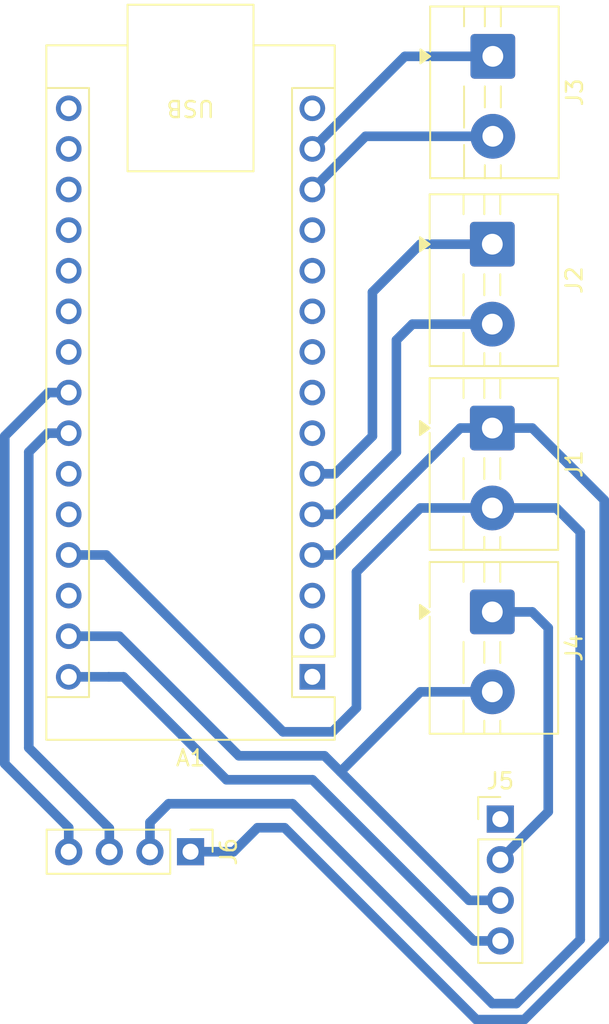
<source format=kicad_pcb>
(kicad_pcb (version 20241229) (generator "pcbnew") (generator_version "9.0")
  (layers (0 "F.Cu" signal) (2 "B.Cu" signal) (13 "F.Paste" user) (15 "B.Paste" user) (5 "F.SilkS" user "F.Silkscreen") (7 "B.SilkS" user "B.Silkscreen") (1 "F.Mask" user) (3 "B.Mask" user) (25 "Edge.Cuts" user))
  (net 0 "")
  (net 2 "Net-(A1-D11)")
  (net 6 "Net-(A1-D10)")
  (net 14 "Net-(J4-Pin_2)")
  (net 15 "Net-(A1-D3)")
  (net 17 "Net-(A1-+5V)")
  (net 23 "Net-(A1-VIN)")
  (net 24 "Net-(A1-D2)")
  (net 25 "Net-(A1-A4)")
  (net 26 "Net-(J1-Pin_1)")
  (net 27 "Net-(A1-A5)")
  (net 31 "Net-(J4-Pin_1)")
  (footprint "Module:Arduino_Nano" (layer "F.Cu") (at 120.74 96.06 180)
    (property "Reference" "A1" (at 7.62 -5.08 0) (layer "F.SilkS"))
    (property "Value" "Arduino_Nano_v3.x")
    (fp_line (start 16.64 39.5) (end 16.64 -3.94) (stroke (width 0.12)) (layer "F.SilkS"))
    (fp_line (start 16.64 39.5) (end 11.56 39.5) (stroke (width 0.12)) (layer "F.SilkS"))
    (fp_line (start 16.64 -3.94) (end -1.4 -3.94) (stroke (width 0.12)) (layer "F.SilkS"))
    (fp_line (start 13.97 36.83) (end 16.64 36.83) (stroke (width 0.12)) (layer "F.SilkS"))
    (fp_line (start 13.97 -1.27) (end 16.64 -1.27) (stroke (width 0.12)) (layer "F.SilkS"))
    (fp_line (start 13.97 -1.27) (end 13.97 36.83) (stroke (width 0.12)) (layer "F.SilkS"))
    (fp_line (start 11.56 42.04) (end 3.68 42.04) (stroke (width 0.12)) (layer "F.SilkS"))
    (fp_line (start 11.56 31.62) (end 11.56 42.04) (stroke (width 0.12)) (layer "F.SilkS"))
    (fp_line (start 3.68 42.04) (end 3.68 31.62) (stroke (width 0.12)) (layer "F.SilkS"))
    (fp_line (start 3.68 31.62) (end 11.56 31.62) (stroke (width 0.12)) (layer "F.SilkS"))
    (fp_line (start 1.27 36.83) (end -1.4 36.83) (stroke (width 0.12)) (layer "F.SilkS"))
    (fp_line (start 1.27 1.27) (end 1.27 36.83) (stroke (width 0.12)) (layer "F.SilkS"))
    (fp_line (start 1.27 1.27) (end 1.27 -1.27) (stroke (width 0.12)) (layer "F.SilkS"))
    (fp_line (start 1.27 1.27) (end -1.4 1.27) (stroke (width 0.12)) (layer "F.SilkS"))
    (fp_line (start 1.27 -1.27) (end -1.4 -1.27) (stroke (width 0.12)) (layer "F.SilkS"))
    (fp_line (start -1.4 39.5) (end 3.68 39.5) (stroke (width 0.12)) (layer "F.SilkS"))
    (fp_line (start -1.4 1.27) (end -1.4 39.5) (stroke (width 0.12)) (layer "F.SilkS"))
    (fp_line (start -1.4 -3.94) (end -1.4 -1.27) (stroke (width 0.12)) (layer "F.SilkS"))
    (fp_text user "USB" (at 7.62 35.56 180) (layer "F.SilkS"))
    (pad "1" thru_hole rect (at 0 0 180) (size 1.6 1.6) (drill 1) (layers "*.Cu" "*.Mask"))
    (pad "2" thru_hole oval (at 0 2.54 180) (size 1.6 1.6) (drill 1) (layers "*.Cu" "*.Mask"))
    (pad "3" thru_hole oval (at 0 5.08 180) (size 1.6 1.6) (drill 1) (layers "*.Cu" "*.Mask"))
    (pad "4" thru_hole oval (at 0 7.62 180) (size 1.6 1.6) (drill 1) (layers "*.Cu" "*.Mask") (net 26 "Net-(J1-Pin_1)"))
    (pad "5" thru_hole oval (at 0 10.16 180) (size 1.6 1.6) (drill 1) (layers "*.Cu" "*.Mask") (net 24 "Net-(A1-D2)"))
    (pad "6" thru_hole oval (at 0 12.7 180) (size 1.6 1.6) (drill 1) (layers "*.Cu" "*.Mask") (net 15 "Net-(A1-D3)"))
    (pad "7" thru_hole oval (at 0 15.24 180) (size 1.6 1.6) (drill 1) (layers "*.Cu" "*.Mask"))
    (pad "8" thru_hole oval (at 0 17.78 180) (size 1.6 1.6) (drill 1) (layers "*.Cu" "*.Mask"))
    (pad "9" thru_hole oval (at 0 20.32 180) (size 1.6 1.6) (drill 1) (layers "*.Cu" "*.Mask"))
    (pad "10" thru_hole oval (at 0 22.86 180) (size 1.6 1.6) (drill 1) (layers "*.Cu" "*.Mask"))
    (pad "11" thru_hole oval (at 0 25.4 180) (size 1.6 1.6) (drill 1) (layers "*.Cu" "*.Mask"))
    (pad "12" thru_hole oval (at 0 27.94 180) (size 1.6 1.6) (drill 1) (layers "*.Cu" "*.Mask"))
    (pad "13" thru_hole oval (at 0 30.48 180) (size 1.6 1.6) (drill 1) (layers "*.Cu" "*.Mask") (net 6 "Net-(A1-D10)"))
    (pad "14" thru_hole oval (at 0 33.02 180) (size 1.6 1.6) (drill 1) (layers "*.Cu" "*.Mask") (net 2 "Net-(A1-D11)"))
    (pad "15" thru_hole oval (at 0 35.56 180) (size 1.6 1.6) (drill 1) (layers "*.Cu" "*.Mask"))
    (pad "16" thru_hole oval (at 15.24 35.56 180) (size 1.6 1.6) (drill 1) (layers "*.Cu" "*.Mask"))
    (pad "17" thru_hole oval (at 15.24 33.02 180) (size 1.6 1.6) (drill 1) (layers "*.Cu" "*.Mask"))
    (pad "18" thru_hole oval (at 15.24 30.48 180) (size 1.6 1.6) (drill 1) (layers "*.Cu" "*.Mask"))
    (pad "19" thru_hole oval (at 15.24 27.94 180) (size 1.6 1.6) (drill 1) (layers "*.Cu" "*.Mask"))
    (pad "20" thru_hole oval (at 15.24 25.4 180) (size 1.6 1.6) (drill 1) (layers "*.Cu" "*.Mask"))
    (pad "21" thru_hole oval (at 15.24 22.86 180) (size 1.6 1.6) (drill 1) (layers "*.Cu" "*.Mask"))
    (pad "22" thru_hole oval (at 15.24 20.32 180) (size 1.6 1.6) (drill 1) (layers "*.Cu" "*.Mask"))
    (pad "23" thru_hole oval (at 15.24 17.78 180) (size 1.6 1.6) (drill 1) (layers "*.Cu" "*.Mask") (net 25 "Net-(A1-A4)"))
    (pad "24" thru_hole oval (at 15.24 15.24 180) (size 1.6 1.6) (drill 1) (layers "*.Cu" "*.Mask") (net 27 "Net-(A1-A5)"))
    (pad "25" thru_hole oval (at 15.24 12.7 180) (size 1.6 1.6) (drill 1) (layers "*.Cu" "*.Mask"))
    (pad "26" thru_hole oval (at 15.24 10.16 180) (size 1.6 1.6) (drill 1) (layers "*.Cu" "*.Mask"))
    (pad "27" thru_hole oval (at 15.24 7.62 180) (size 1.6 1.6) (drill 1) (layers "*.Cu" "*.Mask") (net 17 "Net-(A1-+5V)"))
    (pad "28" thru_hole oval (at 15.24 5.08 180) (size 1.6 1.6) (drill 1) (layers "*.Cu" "*.Mask"))
    (pad "29" thru_hole oval (at 15.24 2.54 180) (size 1.6 1.6) (drill 1) (layers "*.Cu" "*.Mask") (net 14 "Net-(J4-Pin_2)"))
    (pad "30" thru_hole oval (at 15.24 0 180) (size 1.6 1.6) (drill 1) (layers "*.Cu" "*.Mask") (net 23 "Net-(A1-VIN)"))
  )
  (footprint "Connector_PinHeader_2.54mm:PinHeader_1x04_P2.54mm_Vertical" (layer "F.Cu") (at 113.12 107 -90)
    (property "Reference" "J6" (at 0 -2.38 90) (layer "F.SilkS"))
    (property "Value" "OLED")
    (fp_line (start -1.38 9) (end 1.38 9) (stroke (width 0.12)) (layer "F.SilkS"))
    (fp_line (start -1.38 1.27) (end -1.38 9) (stroke (width 0.12)) (layer "F.SilkS"))
    (fp_line (start -1.38 1.27) (end 1.38 1.27) (stroke (width 0.12)) (layer "F.SilkS"))
    (fp_line (start 1.38 1.27) (end 1.38 9) (stroke (width 0.12)) (layer "F.SilkS"))
    (fp_line (start -1.38 0) (end -1.38 -1.38) (stroke (width 0.12)) (layer "F.SilkS"))
    (fp_line (start -1.38 -1.38) (end 0 -1.38) (stroke (width 0.12)) (layer "F.SilkS"))
    (pad "1" thru_hole rect (at 0 0 270) (size 1.7 1.7) (drill 1) (layers "*.Cu" "*.Mask") (net 26 "Net-(J1-Pin_1)"))
    (pad "2" thru_hole circle (at 0 2.54 270) (size 1.7 1.7) (drill 1) (layers "*.Cu" "*.Mask") (net 17 "Net-(A1-+5V)"))
    (pad "3" thru_hole circle (at 0 5.08 270) (size 1.7 1.7) (drill 1) (layers "*.Cu" "*.Mask") (net 27 "Net-(A1-A5)"))
    (pad "4" thru_hole circle (at 0 7.62 270) (size 1.7 1.7) (drill 1) (layers "*.Cu" "*.Mask") (net 25 "Net-(A1-A4)"))
  )
  (footprint "Connector_PinHeader_2.54mm:PinHeader_1x04_P2.54mm_Vertical" (layer "F.Cu") (at 132.5 104.96)
    (property "Reference" "J5" (at 0 -2.38 0) (layer "F.SilkS"))
    (property "Value" "Conn_01x04_Pin")
    (fp_line (start -1.38 -1.38) (end 0 -1.38) (stroke (width 0.12)) (layer "F.SilkS"))
    (fp_line (start -1.38 0) (end -1.38 -1.38) (stroke (width 0.12)) (layer "F.SilkS"))
    (fp_line (start -1.38 1.27) (end -1.38 9) (stroke (width 0.12)) (layer "F.SilkS"))
    (fp_line (start -1.38 1.27) (end 1.38 1.27) (stroke (width 0.12)) (layer "F.SilkS"))
    (fp_line (start -1.38 9) (end 1.38 9) (stroke (width 0.12)) (layer "F.SilkS"))
    (fp_line (start 1.38 1.27) (end 1.38 9) (stroke (width 0.12)) (layer "F.SilkS"))
    (pad "1" thru_hole rect (at 0 0) (size 1.7 1.7) (drill 1) (layers "*.Cu" "*.Mask"))
    (pad "2" thru_hole circle (at 0 2.54) (size 1.7 1.7) (drill 1) (layers "*.Cu" "*.Mask") (net 31 "Net-(J4-Pin_1)"))
    (pad "3" thru_hole circle (at 0 5.08) (size 1.7 1.7) (drill 1) (layers "*.Cu" "*.Mask") (net 14 "Net-(J4-Pin_2)"))
    (pad "4" thru_hole circle (at 0 7.62) (size 1.7 1.7) (drill 1) (layers "*.Cu" "*.Mask") (net 23 "Net-(A1-VIN)"))
  )
  (footprint "TerminalBlock:TerminalBlock_MaiXu_MX126-5.0-02P_1x02_P5.00mm" (layer "F.Cu") (at 132 80.5 -90)
    (property "Reference" "J1" (at 2.25 -5.12 90) (layer "F.SilkS"))
    (property "Value" "5V Output")
    (fp_line (start -3.12 3.92) (end -3.12 -4.12) (stroke (width 0.12)) (layer "F.SilkS"))
    (fp_line (start -0.3 3.92) (end -3.12 3.92) (stroke (width 0.12)) (layer "F.SilkS"))
    (fp_line (start 7.62 3.92) (end 0.3 3.92) (stroke (width 0.12)) (layer "F.SilkS"))
    (fp_line (start -3.12 1.8) (end -1.88 1.8) (stroke (width 0.12)) (layer "F.SilkS"))
    (fp_line (start 1.88 1.8) (end 4.457 1.8) (stroke (width 0.12)) (layer "F.SilkS"))
    (fp_line (start 5.543 1.8) (end 7.62 1.8) (stroke (width 0.12)) (layer "F.SilkS"))
    (fp_line (start -3.12 0.5) (end -1.88 0.5) (stroke (width 0.12)) (layer "F.SilkS"))
    (fp_line (start 1.88 0.5) (end 3.188 0.5) (stroke (width 0.12)) (layer "F.SilkS"))
    (fp_line (start 6.812 0.5) (end 7.62 0.5) (stroke (width 0.12)) (layer "F.SilkS"))
    (fp_line (start -3.12 -0.5) (end -1.88 -0.5) (stroke (width 0.12)) (layer "F.SilkS"))
    (fp_line (start 1.88 -0.5) (end 3.188 -0.5) (stroke (width 0.12)) (layer "F.SilkS"))
    (fp_line (start 6.812 -0.5) (end 7.62 -0.5) (stroke (width 0.12)) (layer "F.SilkS"))
    (fp_line (start -3.12 -4.12) (end 7.62 -4.12) (stroke (width 0.12)) (layer "F.SilkS"))
    (fp_line (start 7.62 -4.12) (end 7.62 3.92) (stroke (width 0.12)) (layer "F.SilkS"))
    (fp_poly (pts (xy 0 3.92) (xy 0.44 4.53) (xy -0.44 4.53)) (stroke (width 0.12)) (fill yes) (layer "F.SilkS"))
    (pad "1" thru_hole roundrect (at 0 0 270) (size 2.8 2.8) (drill 1.3) (layers "*.Cu" "*.Mask") (roundrect_rratio 0.089286) (net 26 "Net-(J1-Pin_1)"))
    (pad "2" thru_hole circle (at 5 0 270) (size 2.8 2.8) (drill 1.3) (layers "*.Cu" "*.Mask") (net 17 "Net-(A1-+5V)"))
  )
  (footprint "TerminalBlock:TerminalBlock_MaiXu_MX126-5.0-02P_1x02_P5.00mm" (layer "F.Cu") (at 132 92 -90)
    (property "Reference" "J4" (at 2.25 -5.12 90) (layer "F.SilkS"))
    (property "Value" "Screw_Terminal_01x02")
    (fp_line (start -3.12 3.92) (end -3.12 -4.12) (stroke (width 0.12)) (layer "F.SilkS"))
    (fp_line (start -0.3 3.92) (end -3.12 3.92) (stroke (width 0.12)) (layer "F.SilkS"))
    (fp_line (start 7.62 3.92) (end 0.3 3.92) (stroke (width 0.12)) (layer "F.SilkS"))
    (fp_line (start -3.12 1.8) (end -1.88 1.8) (stroke (width 0.12)) (layer "F.SilkS"))
    (fp_line (start 1.88 1.8) (end 4.457 1.8) (stroke (width 0.12)) (layer "F.SilkS"))
    (fp_line (start 5.543 1.8) (end 7.62 1.8) (stroke (width 0.12)) (layer "F.SilkS"))
    (fp_line (start -3.12 0.5) (end -1.88 0.5) (stroke (width 0.12)) (layer "F.SilkS"))
    (fp_line (start 1.88 0.5) (end 3.188 0.5) (stroke (width 0.12)) (layer "F.SilkS"))
    (fp_line (start 6.812 0.5) (end 7.62 0.5) (stroke (width 0.12)) (layer "F.SilkS"))
    (fp_line (start -3.12 -0.5) (end -1.88 -0.5) (stroke (width 0.12)) (layer "F.SilkS"))
    (fp_line (start 1.88 -0.5) (end 3.188 -0.5) (stroke (width 0.12)) (layer "F.SilkS"))
    (fp_line (start 6.812 -0.5) (end 7.62 -0.5) (stroke (width 0.12)) (layer "F.SilkS"))
    (fp_line (start -3.12 -4.12) (end 7.62 -4.12) (stroke (width 0.12)) (layer "F.SilkS"))
    (fp_line (start 7.62 -4.12) (end 7.62 3.92) (stroke (width 0.12)) (layer "F.SilkS"))
    (fp_poly (pts (xy 0 3.92) (xy 0.44 4.53) (xy -0.44 4.53)) (stroke (width 0.12)) (fill yes) (layer "F.SilkS"))
    (pad "1" thru_hole roundrect (at 0 0 270) (size 2.8 2.8) (drill 1.3) (layers "*.Cu" "*.Mask") (roundrect_rratio 0.089286) (net 31 "Net-(J4-Pin_1)"))
    (pad "2" thru_hole circle (at 5 0 270) (size 2.8 2.8) (drill 1.3) (layers "*.Cu" "*.Mask") (net 14 "Net-(J4-Pin_2)"))
  )
  (footprint "TerminalBlock:TerminalBlock_MaiXu_MX126-5.0-02P_1x02_P5.00mm" (layer "F.Cu") (at 132.0325 57.25 -90)
    (property "Reference" "J3" (at 2.25 -5.12 90) (layer "F.SilkS"))
    (property "Value" "PWM Output")
    (fp_line (start -3.12 3.92) (end -3.12 -4.12) (stroke (width 0.12)) (layer "F.SilkS"))
    (fp_line (start -0.3 3.92) (end -3.12 3.92) (stroke (width 0.12)) (layer "F.SilkS"))
    (fp_line (start 7.62 3.92) (end 0.3 3.92) (stroke (width 0.12)) (layer "F.SilkS"))
    (fp_line (start -3.12 1.8) (end -1.88 1.8) (stroke (width 0.12)) (layer "F.SilkS"))
    (fp_line (start 1.88 1.8) (end 4.457 1.8) (stroke (width 0.12)) (layer "F.SilkS"))
    (fp_line (start 5.543 1.8) (end 7.62 1.8) (stroke (width 0.12)) (layer "F.SilkS"))
    (fp_line (start -3.12 0.5) (end -1.88 0.5) (stroke (width 0.12)) (layer "F.SilkS"))
    (fp_line (start 1.88 0.5) (end 3.188 0.5) (stroke (width 0.12)) (layer "F.SilkS"))
    (fp_line (start 6.812 0.5) (end 7.62 0.5) (stroke (width 0.12)) (layer "F.SilkS"))
    (fp_line (start -3.12 -0.5) (end -1.88 -0.5) (stroke (width 0.12)) (layer "F.SilkS"))
    (fp_line (start 1.88 -0.5) (end 3.188 -0.5) (stroke (width 0.12)) (layer "F.SilkS"))
    (fp_line (start 6.812 -0.5) (end 7.62 -0.5) (stroke (width 0.12)) (layer "F.SilkS"))
    (fp_line (start -3.12 -4.12) (end 7.62 -4.12) (stroke (width 0.12)) (layer "F.SilkS"))
    (fp_line (start 7.62 -4.12) (end 7.62 3.92) (stroke (width 0.12)) (layer "F.SilkS"))
    (fp_poly (pts (xy 0 3.92) (xy 0.44 4.53) (xy -0.44 4.53)) (stroke (width 0.12)) (fill yes) (layer "F.SilkS"))
    (pad "1" thru_hole roundrect (at 0 0 270) (size 2.8 2.8) (drill 1.3) (layers "*.Cu" "*.Mask") (roundrect_rratio 0.089286) (net 2 "Net-(A1-D11)"))
    (pad "2" thru_hole circle (at 5 0 270) (size 2.8 2.8) (drill 1.3) (layers "*.Cu" "*.Mask") (net 6 "Net-(A1-D10)"))
  )
  (footprint "TerminalBlock:TerminalBlock_MaiXu_MX126-5.0-02P_1x02_P5.00mm" (layer "F.Cu") (at 132 69 -90)
    (property "Reference" "J2" (at 2.25 -5.12 90) (layer "F.SilkS"))
    (property "Value" "Buttons")
    (fp_line (start -3.12 3.92) (end -3.12 -4.12) (stroke (width 0.12)) (layer "F.SilkS"))
    (fp_line (start -0.3 3.92) (end -3.12 3.92) (stroke (width 0.12)) (layer "F.SilkS"))
    (fp_line (start 7.62 3.92) (end 0.3 3.92) (stroke (width 0.12)) (layer "F.SilkS"))
    (fp_line (start -3.12 1.8) (end -1.88 1.8) (stroke (width 0.12)) (layer "F.SilkS"))
    (fp_line (start 1.88 1.8) (end 4.457 1.8) (stroke (width 0.12)) (layer "F.SilkS"))
    (fp_line (start 5.543 1.8) (end 7.62 1.8) (stroke (width 0.12)) (layer "F.SilkS"))
    (fp_line (start -3.12 0.5) (end -1.88 0.5) (stroke (width 0.12)) (layer "F.SilkS"))
    (fp_line (start 1.88 0.5) (end 3.188 0.5) (stroke (width 0.12)) (layer "F.SilkS"))
    (fp_line (start 6.812 0.5) (end 7.62 0.5) (stroke (width 0.12)) (layer "F.SilkS"))
    (fp_line (start -3.12 -0.5) (end -1.88 -0.5) (stroke (width 0.12)) (layer "F.SilkS"))
    (fp_line (start 1.88 -0.5) (end 3.188 -0.5) (stroke (width 0.12)) (layer "F.SilkS"))
    (fp_line (start 6.812 -0.5) (end 7.62 -0.5) (stroke (width 0.12)) (layer "F.SilkS"))
    (fp_line (start -3.12 -4.12) (end 7.62 -4.12) (stroke (width 0.12)) (layer "F.SilkS"))
    (fp_line (start 7.62 -4.12) (end 7.62 3.92) (stroke (width 0.12)) (layer "F.SilkS"))
    (fp_poly (pts (xy 0 3.92) (xy 0.44 4.53) (xy -0.44 4.53)) (stroke (width 0.12)) (fill yes) (layer "F.SilkS"))
    (pad "1" thru_hole roundrect (at 0 0 270) (size 2.8 2.8) (drill 1.3) (layers "*.Cu" "*.Mask") (roundrect_rratio 0.089286) (net 15 "Net-(A1-D3)"))
    (pad "2" thru_hole circle (at 5 0 270) (size 2.8 2.8) (drill 1.3) (layers "*.Cu" "*.Mask") (net 24 "Net-(A1-D2)"))
  )
  (segment (start 120.95 63.25) (end 120.74 63.04) (width 0.6) (layer "B.Cu") (net 2))
  (segment (start 132.0325 57.25) (end 126.53 57.25) (width 0.6) (layer "B.Cu") (net 2))
  (segment (start 126.53 57.25) (end 120.74 63.04) (width 0.6) (layer "B.Cu") (net 2))
  (segment (start 132.0325 62.25) (end 124.07 62.25) (width 0.6) (layer "B.Cu") (net 6))
  (segment (start 124.07 62.25) (end 120.74 65.58) (width 0.6) (layer "B.Cu") (net 6))
  (segment (start 122.5 102) (end 130.54 110.04) (width 0.6) (layer "B.Cu") (net 14))
  (segment (start 122.5 102) (end 121.5 101) (width 0.6) (layer "B.Cu") (net 14))
  (segment (start 108.662594 93.52) (end 105.5 93.52) (width 0.6) (layer "B.Cu") (net 14))
  (segment (start 122.5 102) (end 127.5 97) (width 0.6) (layer "B.Cu") (net 14))
  (segment (start 130.54 110.04) (end 132.5 110.04) (width 0.6) (layer "B.Cu") (net 14))
  (segment (start 116.142594 101) (end 108.662594 93.52) (width 0.6) (layer "B.Cu") (net 14))
  (segment (start 121.5 101) (end 116.142594 101) (width 0.6) (layer "B.Cu") (net 14))
  (segment (start 127.5 97) (end 132 97) (width 0.6) (layer "B.Cu") (net 14))
  (segment (start 122.147214 83.36) (end 124.5 81.007214) (width 0.6) (layer "B.Cu") (net 15))
  (segment (start 124.5 81.007214) (end 124.5 72) (width 0.6) (layer "B.Cu") (net 15))
  (segment (start 124.5 72) (end 127.5 69) (width 0.6) (layer "B.Cu") (net 15))
  (segment (start 127.5 69) (end 132 69) (width 0.6) (layer "B.Cu") (net 15))
  (segment (start 120.74 83.36) (end 122.147214 83.36) (width 0.6) (layer "B.Cu") (net 15))
  (segment (start 110.58 105.17) (end 110.58 107) (width 0.6) (layer "B.Cu") (net 17))
  (segment (start 122 99.5) (end 118.905213 99.5) (width 0.6) (layer "B.Cu") (net 17))
  (segment (start 133.5 116.5) (end 132 116.5) (width 0.6) (layer "B.Cu") (net 17))
  (segment (start 132 116.5) (end 119.5 104) (width 0.6) (layer "B.Cu") (net 17))
  (segment (start 127.5 85.5) (end 123.5 89.5) (width 0.6) (layer "B.Cu") (net 17))
  (segment (start 137.5 112.5) (end 133.5 116.5) (width 0.6) (layer "B.Cu") (net 17))
  (segment (start 111.75 104) (end 110.58 105.17) (width 0.6) (layer "B.Cu") (net 17))
  (segment (start 136 85.5) (end 137.5 87) (width 0.6) (layer "B.Cu") (net 17))
  (segment (start 123.5 89.5) (end 123.5 98) (width 0.6) (layer "B.Cu") (net 17))
  (segment (start 132 85.5) (end 136 85.5) (width 0.6) (layer "B.Cu") (net 17))
  (segment (start 137.5 87) (end 137.5 112.5) (width 0.6) (layer "B.Cu") (net 17))
  (segment (start 119.5 104) (end 111.75 104) (width 0.6) (layer "B.Cu") (net 17))
  (segment (start 123.5 98) (end 122 99.5) (width 0.6) (layer "B.Cu") (net 17))
  (segment (start 118.905213 99.5) (end 107.845213 88.44) (width 0.6) (layer "B.Cu") (net 17))
  (segment (start 132 85.5) (end 127.5 85.5) (width 0.6) (layer "B.Cu") (net 17))
  (segment (start 107.845213 88.44) (end 105.5 88.44) (width 0.6) (layer "B.Cu") (net 17))
  (segment (start 130.83 112.58) (end 132.5 112.58) (width 0.6) (layer "B.Cu") (net 23))
  (segment (start 120.75 102.5) (end 130.83 112.58) (width 0.6) (layer "B.Cu") (net 23))
  (segment (start 105.5 96.06) (end 108 96.06) (width 0.6) (layer "B.Cu") (net 23))
  (segment (start 115.367215 102.5) (end 120.75 102.5) (width 0.6) (layer "B.Cu") (net 23))
  (segment (start 108 96.06) (end 108.02 96.06) (width 0.6) (layer "B.Cu") (net 23))
  (segment (start 108 96.06) (end 108.927215 96.06) (width 0.6) (layer "B.Cu") (net 23))
  (segment (start 108.927215 96.06) (end 115.367215 102.5) (width 0.6) (layer "B.Cu") (net 23))
  (segment (start 126 82) (end 122.1 85.9) (width 0.6) (layer "B.Cu") (net 24))
  (segment (start 132 74) (end 127 74) (width 0.6) (layer "B.Cu") (net 24))
  (segment (start 122.1 85.9) (end 120.74 85.9) (width 0.6) (layer "B.Cu") (net 24))
  (segment (start 126 75) (end 126 82) (width 0.6) (layer "B.Cu") (net 24))
  (segment (start 127 74) (end 126 75) (width 0.6) (layer "B.Cu") (net 24))
  (segment (start 101.5 101.5) (end 105.5 105.5) (width 0.6) (layer "B.Cu") (net 25))
  (segment (start 105.5 105.5) (end 105.5 107) (width 0.6) (layer "B.Cu") (net 25))
  (segment (start 104.22 78.28) (end 101.5 81) (width 0.6) (layer "B.Cu") (net 25))
  (segment (start 101.5 81) (end 101.5 101.5) (width 0.6) (layer "B.Cu") (net 25))
  (segment (start 105.5 78.28) (end 104.22 78.28) (width 0.6) (layer "B.Cu") (net 25))
  (segment (start 117.31 105.5) (end 115.81 107) (width 0.6) (layer "B.Cu") (net 26))
  (segment (start 131 117.5) (end 119 105.5) (width 0.6) (layer "B.Cu") (net 26))
  (segment (start 139 112.5) (end 134 117.5) (width 0.6) (layer "B.Cu") (net 26))
  (segment (start 119 105.5) (end 117.31 105.5) (width 0.6) (layer "B.Cu") (net 26))
  (segment (start 132 80.5) (end 134.5 80.5) (width 0.6) (layer "B.Cu") (net 26))
  (segment (start 130 80.5) (end 122.06 88.44) (width 0.6) (layer "B.Cu") (net 26))
  (segment (start 139 85) (end 139 112.5) (width 0.6) (layer "B.Cu") (net 26))
  (segment (start 134 117.5) (end 131 117.5) (width 0.6) (layer "B.Cu") (net 26))
  (segment (start 132 80.5) (end 130 80.5) (width 0.6) (layer "B.Cu") (net 26))
  (segment (start 134.5 80.5) (end 139 85) (width 0.6) (layer "B.Cu") (net 26))
  (segment (start 115.81 107) (end 113.12 107) (width 0.6) (layer "B.Cu") (net 26))
  (segment (start 122.06 88.44) (end 120.74 88.44) (width 0.6) (layer "B.Cu") (net 26))
  (segment (start 108.04 105.54) (end 108.04 107) (width 0.6) (layer "B.Cu") (net 27))
  (segment (start 103 82) (end 103 100.5) (width 0.6) (layer "B.Cu") (net 27))
  (segment (start 104.18 80.82) (end 103 82) (width 0.6) (layer "B.Cu") (net 27))
  (segment (start 103 100.5) (end 108.04 105.54) (width 0.6) (layer "B.Cu") (net 27))
  (segment (start 105.5 80.82) (end 104.18 80.82) (width 0.6) (layer "B.Cu") (net 27))
  (segment (start 135.5 93) (end 134.5 92) (width 0.6) (layer "B.Cu") (net 31))
  (segment (start 132.5 107.5) (end 135.5 104.5) (width 0.6) (layer "B.Cu") (net 31))
  (segment (start 135.5 104.5) (end 135.5 93) (width 0.6) (layer "B.Cu") (net 31))
  (segment (start 134.5 92) (end 132 92) (width 0.6) (layer "B.Cu") (net 31))
)
</source>
